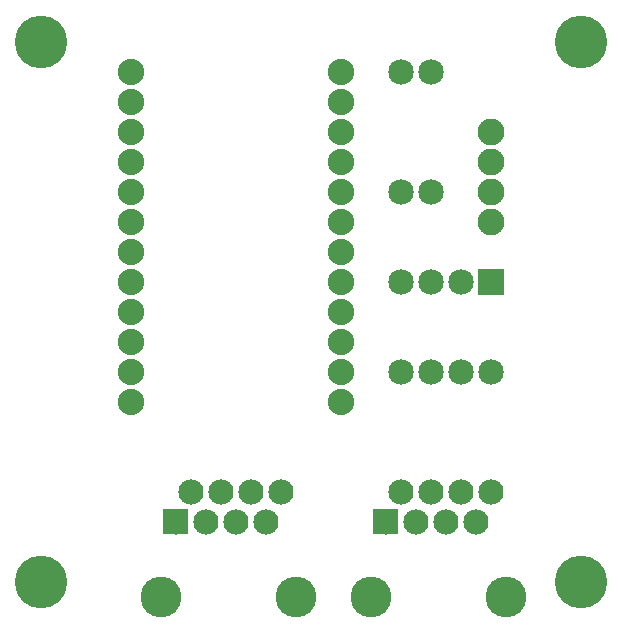
<source format=gts>
G04 MADE WITH FRITZING*
G04 WWW.FRITZING.ORG*
G04 DOUBLE SIDED*
G04 HOLES PLATED*
G04 CONTOUR ON CENTER OF CONTOUR VECTOR*
%ASAXBY*%
%FSLAX23Y23*%
%MOIN*%
%OFA0B0*%
%SFA1.0B1.0*%
%ADD10C,0.175354*%
%ADD11C,0.085000*%
%ADD12C,0.084000*%
%ADD13C,0.135984*%
%ADD14C,0.089370*%
%ADD15C,0.088000*%
%ADD16R,0.085000X0.085000*%
%ADD17R,0.001000X0.001000*%
%LNMASK1*%
G90*
G70*
G54D10*
X1987Y1992D03*
X1987Y192D03*
X187Y192D03*
X187Y1992D03*
G54D11*
X1487Y1492D03*
X1487Y1892D03*
X1687Y1192D03*
X1687Y892D03*
X1587Y1192D03*
X1587Y892D03*
X1487Y1192D03*
X1487Y892D03*
X1387Y1192D03*
X1387Y892D03*
X1387Y1492D03*
X1387Y1892D03*
G54D12*
X1687Y492D03*
X1637Y392D03*
X1587Y492D03*
X1487Y492D03*
X1387Y492D03*
X1537Y392D03*
X1437Y392D03*
X1337Y392D03*
G54D13*
X1287Y142D03*
X1737Y142D03*
G54D12*
X1687Y492D03*
X1637Y392D03*
X1587Y492D03*
X1487Y492D03*
X1387Y492D03*
X1537Y392D03*
X1437Y392D03*
X1337Y392D03*
G54D13*
X1287Y142D03*
X1737Y142D03*
G54D12*
X987Y492D03*
X937Y392D03*
X887Y492D03*
X787Y492D03*
X687Y492D03*
X837Y392D03*
X737Y392D03*
X637Y392D03*
G54D13*
X587Y142D03*
X1037Y142D03*
G54D12*
X987Y492D03*
X937Y392D03*
X887Y492D03*
X787Y492D03*
X687Y492D03*
X837Y392D03*
X737Y392D03*
X637Y392D03*
G54D13*
X587Y142D03*
X1037Y142D03*
G54D14*
X1687Y1692D03*
X1687Y1592D03*
X1687Y1492D03*
X1687Y1392D03*
G54D15*
X1187Y1892D03*
X1187Y1792D03*
X1187Y1692D03*
X1187Y1592D03*
X1187Y1492D03*
X1187Y1392D03*
X1187Y1292D03*
X1187Y1192D03*
X1187Y1092D03*
X1187Y992D03*
X1187Y892D03*
X1187Y792D03*
X487Y1892D03*
X487Y1792D03*
X487Y1692D03*
X487Y1592D03*
X487Y1492D03*
X487Y1392D03*
X487Y1292D03*
X487Y1192D03*
X487Y1092D03*
X487Y992D03*
X487Y892D03*
X487Y792D03*
G54D16*
X1687Y1192D03*
G54D17*
X594Y434D02*
X677Y434D01*
X1294Y434D02*
X1377Y434D01*
X594Y433D02*
X677Y433D01*
X1294Y433D02*
X1377Y433D01*
X594Y432D02*
X677Y432D01*
X1294Y432D02*
X1377Y432D01*
X594Y431D02*
X677Y431D01*
X1294Y431D02*
X1377Y431D01*
X594Y430D02*
X677Y430D01*
X1294Y430D02*
X1377Y430D01*
X594Y429D02*
X677Y429D01*
X1294Y429D02*
X1377Y429D01*
X594Y428D02*
X677Y428D01*
X1294Y428D02*
X1377Y428D01*
X594Y427D02*
X677Y427D01*
X1294Y427D02*
X1377Y427D01*
X594Y426D02*
X677Y426D01*
X1294Y426D02*
X1377Y426D01*
X594Y425D02*
X677Y425D01*
X1294Y425D02*
X1377Y425D01*
X594Y424D02*
X677Y424D01*
X1294Y424D02*
X1377Y424D01*
X594Y423D02*
X677Y423D01*
X1294Y423D02*
X1377Y423D01*
X594Y422D02*
X677Y422D01*
X1294Y422D02*
X1377Y422D01*
X594Y421D02*
X677Y421D01*
X1294Y421D02*
X1377Y421D01*
X594Y420D02*
X677Y420D01*
X1294Y420D02*
X1377Y420D01*
X594Y419D02*
X677Y419D01*
X1294Y419D02*
X1377Y419D01*
X594Y418D02*
X677Y418D01*
X1294Y418D02*
X1377Y418D01*
X594Y417D02*
X677Y417D01*
X1294Y417D02*
X1377Y417D01*
X594Y416D02*
X677Y416D01*
X1294Y416D02*
X1377Y416D01*
X594Y415D02*
X677Y415D01*
X1294Y415D02*
X1377Y415D01*
X594Y414D02*
X677Y414D01*
X1294Y414D02*
X1377Y414D01*
X594Y413D02*
X677Y413D01*
X1294Y413D02*
X1377Y413D01*
X594Y412D02*
X677Y412D01*
X1294Y412D02*
X1377Y412D01*
X594Y411D02*
X677Y411D01*
X1294Y411D02*
X1377Y411D01*
X594Y410D02*
X677Y410D01*
X1294Y410D02*
X1377Y410D01*
X594Y409D02*
X677Y409D01*
X1294Y409D02*
X1377Y409D01*
X594Y408D02*
X677Y408D01*
X1294Y408D02*
X1377Y408D01*
X594Y407D02*
X631Y407D01*
X641Y407D02*
X677Y407D01*
X1294Y407D02*
X1331Y407D01*
X1341Y407D02*
X1377Y407D01*
X594Y406D02*
X628Y406D01*
X644Y406D02*
X677Y406D01*
X1294Y406D02*
X1328Y406D01*
X1344Y406D02*
X1377Y406D01*
X594Y405D02*
X627Y405D01*
X645Y405D02*
X677Y405D01*
X1294Y405D02*
X1327Y405D01*
X1345Y405D02*
X1377Y405D01*
X594Y404D02*
X625Y404D01*
X647Y404D02*
X677Y404D01*
X1294Y404D02*
X1325Y404D01*
X1347Y404D02*
X1377Y404D01*
X594Y403D02*
X624Y403D01*
X648Y403D02*
X677Y403D01*
X1294Y403D02*
X1324Y403D01*
X1348Y403D02*
X1377Y403D01*
X594Y402D02*
X624Y402D01*
X648Y402D02*
X677Y402D01*
X1294Y402D02*
X1323Y402D01*
X1348Y402D02*
X1377Y402D01*
X594Y401D02*
X623Y401D01*
X649Y401D02*
X677Y401D01*
X1294Y401D02*
X1323Y401D01*
X1349Y401D02*
X1377Y401D01*
X594Y400D02*
X622Y400D01*
X650Y400D02*
X677Y400D01*
X1294Y400D02*
X1322Y400D01*
X1350Y400D02*
X1377Y400D01*
X594Y399D02*
X622Y399D01*
X650Y399D02*
X677Y399D01*
X1294Y399D02*
X1322Y399D01*
X1350Y399D02*
X1377Y399D01*
X594Y398D02*
X622Y398D01*
X650Y398D02*
X677Y398D01*
X1294Y398D02*
X1321Y398D01*
X1350Y398D02*
X1377Y398D01*
X594Y397D02*
X621Y397D01*
X651Y397D02*
X677Y397D01*
X1294Y397D02*
X1321Y397D01*
X1351Y397D02*
X1377Y397D01*
X594Y396D02*
X621Y396D01*
X651Y396D02*
X677Y396D01*
X1294Y396D02*
X1321Y396D01*
X1351Y396D02*
X1377Y396D01*
X594Y395D02*
X621Y395D01*
X651Y395D02*
X677Y395D01*
X1294Y395D02*
X1321Y395D01*
X1351Y395D02*
X1377Y395D01*
X594Y394D02*
X621Y394D01*
X651Y394D02*
X677Y394D01*
X1294Y394D02*
X1321Y394D01*
X1351Y394D02*
X1377Y394D01*
X594Y393D02*
X621Y393D01*
X651Y393D02*
X677Y393D01*
X1294Y393D02*
X1321Y393D01*
X1351Y393D02*
X1377Y393D01*
X594Y392D02*
X621Y392D01*
X651Y392D02*
X677Y392D01*
X1294Y392D02*
X1321Y392D01*
X1351Y392D02*
X1377Y392D01*
X594Y391D02*
X621Y391D01*
X651Y391D02*
X677Y391D01*
X1294Y391D02*
X1321Y391D01*
X1351Y391D02*
X1377Y391D01*
X594Y390D02*
X621Y390D01*
X651Y390D02*
X677Y390D01*
X1294Y390D02*
X1321Y390D01*
X1351Y390D02*
X1377Y390D01*
X594Y389D02*
X621Y389D01*
X651Y389D02*
X677Y389D01*
X1294Y389D02*
X1321Y389D01*
X1351Y389D02*
X1377Y389D01*
X594Y388D02*
X621Y388D01*
X650Y388D02*
X677Y388D01*
X1294Y388D02*
X1321Y388D01*
X1350Y388D02*
X1377Y388D01*
X594Y387D02*
X622Y387D01*
X650Y387D02*
X677Y387D01*
X1294Y387D02*
X1322Y387D01*
X1350Y387D02*
X1377Y387D01*
X594Y386D02*
X622Y386D01*
X650Y386D02*
X677Y386D01*
X1294Y386D02*
X1322Y386D01*
X1350Y386D02*
X1377Y386D01*
X594Y385D02*
X623Y385D01*
X649Y385D02*
X677Y385D01*
X1294Y385D02*
X1323Y385D01*
X1349Y385D02*
X1377Y385D01*
X594Y384D02*
X623Y384D01*
X649Y384D02*
X677Y384D01*
X1294Y384D02*
X1323Y384D01*
X1349Y384D02*
X1377Y384D01*
X594Y383D02*
X624Y383D01*
X648Y383D02*
X677Y383D01*
X1294Y383D02*
X1324Y383D01*
X1348Y383D02*
X1377Y383D01*
X594Y382D02*
X625Y382D01*
X647Y382D02*
X677Y382D01*
X1294Y382D02*
X1325Y382D01*
X1347Y382D02*
X1377Y382D01*
X594Y381D02*
X626Y381D01*
X646Y381D02*
X677Y381D01*
X1294Y381D02*
X1326Y381D01*
X1346Y381D02*
X1377Y381D01*
X594Y380D02*
X628Y380D01*
X644Y380D02*
X677Y380D01*
X1294Y380D02*
X1328Y380D01*
X1344Y380D02*
X1377Y380D01*
X594Y379D02*
X630Y379D01*
X642Y379D02*
X677Y379D01*
X1294Y379D02*
X1330Y379D01*
X1342Y379D02*
X1377Y379D01*
X594Y378D02*
X677Y378D01*
X1294Y378D02*
X1377Y378D01*
X594Y377D02*
X677Y377D01*
X1294Y377D02*
X1377Y377D01*
X594Y376D02*
X677Y376D01*
X1294Y376D02*
X1377Y376D01*
X594Y375D02*
X677Y375D01*
X1294Y375D02*
X1377Y375D01*
X594Y374D02*
X677Y374D01*
X1294Y374D02*
X1377Y374D01*
X594Y373D02*
X677Y373D01*
X1294Y373D02*
X1377Y373D01*
X594Y372D02*
X677Y372D01*
X1294Y372D02*
X1377Y372D01*
X594Y371D02*
X677Y371D01*
X1294Y371D02*
X1377Y371D01*
X594Y370D02*
X677Y370D01*
X1294Y370D02*
X1377Y370D01*
X594Y369D02*
X677Y369D01*
X1294Y369D02*
X1377Y369D01*
X594Y368D02*
X677Y368D01*
X1294Y368D02*
X1377Y368D01*
X594Y367D02*
X677Y367D01*
X1294Y367D02*
X1377Y367D01*
X594Y366D02*
X677Y366D01*
X1294Y366D02*
X1377Y366D01*
X594Y365D02*
X677Y365D01*
X1294Y365D02*
X1377Y365D01*
X594Y364D02*
X677Y364D01*
X1294Y364D02*
X1377Y364D01*
X594Y363D02*
X677Y363D01*
X1294Y363D02*
X1377Y363D01*
X594Y362D02*
X677Y362D01*
X1294Y362D02*
X1377Y362D01*
X594Y361D02*
X677Y361D01*
X1294Y361D02*
X1377Y361D01*
X594Y360D02*
X677Y360D01*
X1294Y360D02*
X1377Y360D01*
X594Y359D02*
X677Y359D01*
X1294Y359D02*
X1377Y359D01*
X594Y358D02*
X677Y358D01*
X1294Y358D02*
X1377Y358D01*
X594Y357D02*
X677Y357D01*
X1294Y357D02*
X1377Y357D01*
X594Y356D02*
X677Y356D01*
X1294Y356D02*
X1377Y356D01*
X594Y355D02*
X677Y355D01*
X1294Y355D02*
X1377Y355D01*
X594Y354D02*
X677Y354D01*
X1294Y354D02*
X1377Y354D01*
X594Y353D02*
X677Y353D01*
X1294Y353D02*
X1377Y353D01*
X594Y352D02*
X677Y352D01*
X1294Y352D02*
X1377Y352D01*
X595Y351D02*
X677Y351D01*
X1295Y351D02*
X1377Y351D01*
D02*
G04 End of Mask1*
M02*
</source>
